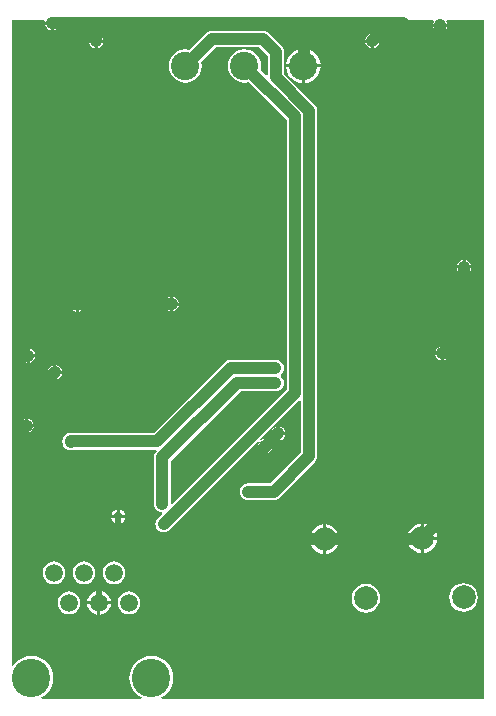
<source format=gbl>
%FSLAX44Y44*%
%MOMM*%
G71*
G01*
G75*
G04 Layer_Physical_Order=2*
G04 Layer_Color=16711680*
%ADD10R,0.9000X0.8000*%
%ADD11R,0.8000X0.9000*%
%ADD12R,1.5000X0.8000*%
%ADD13R,0.8000X1.5000*%
%ADD14R,1.6800X1.5600*%
%ADD15R,0.7000X0.9500*%
%ADD16R,0.8000X0.8000*%
%ADD17R,0.8000X0.8000*%
%ADD18R,5.6000X5.6000*%
%ADD19R,2.0000X1.2000*%
%ADD20R,5.5000X2.0000*%
%ADD21R,0.8500X0.3000*%
%ADD22R,0.3000X0.8500*%
%ADD23R,1.1000X1.2500*%
%ADD24C,1.0000*%
%ADD25C,0.5080*%
%ADD26C,0.2540*%
%ADD27C,0.5000*%
%ADD28C,2.0000*%
%ADD29C,3.2500*%
%ADD30C,1.5000*%
%ADD31C,2.4000*%
%ADD32C,0.7000*%
%ADD33C,0.7100*%
G36*
X405000Y5000D02*
X131809D01*
X131491Y6270D01*
X133518Y7353D01*
X136335Y9665D01*
X138647Y12482D01*
X140365Y15696D01*
X141422Y19183D01*
X141779Y22810D01*
X141422Y26437D01*
X140365Y29924D01*
X138647Y33138D01*
X136335Y35955D01*
X133518Y38267D01*
X130304Y39985D01*
X126817Y41042D01*
X123190Y41399D01*
X119563Y41042D01*
X116076Y39985D01*
X112862Y38267D01*
X110045Y35955D01*
X107733Y33138D01*
X106016Y29924D01*
X104958Y26437D01*
X104600Y22810D01*
X104958Y19183D01*
X106016Y15696D01*
X107733Y12482D01*
X110045Y9665D01*
X112862Y7353D01*
X114889Y6270D01*
X114571Y5000D01*
X30209D01*
X29891Y6270D01*
X31918Y7353D01*
X34735Y9665D01*
X37047Y12482D01*
X38765Y15696D01*
X39822Y19183D01*
X40180Y22810D01*
X39822Y26437D01*
X38765Y29924D01*
X37047Y33138D01*
X34735Y35955D01*
X31918Y38267D01*
X28704Y39985D01*
X25217Y41042D01*
X21590Y41399D01*
X17963Y41042D01*
X14476Y39985D01*
X11262Y38267D01*
X8445Y35955D01*
X6270Y33304D01*
X5000Y33443D01*
Y580000D01*
X32412D01*
X33386Y578730D01*
X33344Y578520D01*
X45156D01*
X45114Y578730D01*
X46088Y580000D01*
X361965D01*
X362644Y578730D01*
X362060Y577857D01*
X361844Y576770D01*
X373656D01*
X373439Y577857D01*
X372856Y578730D01*
X373535Y580000D01*
X405000D01*
Y5000D01*
D02*
G37*
%LPC*%
G36*
X221020Y224906D02*
Y220270D01*
X225656D01*
X225440Y221357D01*
X224105Y223355D01*
X222107Y224690D01*
X221020Y224906D01*
D02*
G37*
G36*
X225656Y217730D02*
X221020D01*
Y213094D01*
X222107Y213310D01*
X224105Y214645D01*
X225440Y216643D01*
X225656Y217730D01*
D02*
G37*
G36*
X236656Y228480D02*
X232020D01*
Y223844D01*
X233107Y224060D01*
X235105Y225395D01*
X236440Y227393D01*
X236656Y228480D01*
D02*
G37*
G36*
X229480D02*
X224844D01*
X225061Y227393D01*
X226395Y225395D01*
X228393Y224060D01*
X229480Y223844D01*
Y228480D01*
D02*
G37*
G36*
X218480Y217730D02*
X213844D01*
X214060Y216643D01*
X215395Y214645D01*
X217393Y213310D01*
X218480Y213094D01*
Y217730D01*
D02*
G37*
G36*
X101207Y158230D02*
X96520D01*
Y153543D01*
X97626Y153763D01*
X99641Y155109D01*
X100987Y157124D01*
X101207Y158230D01*
D02*
G37*
G36*
X93980D02*
X89293D01*
X89513Y157124D01*
X90859Y155109D01*
X92874Y153763D01*
X93980Y153543D01*
Y158230D01*
D02*
G37*
G36*
X96520Y165457D02*
Y160770D01*
X101207D01*
X100987Y161876D01*
X99641Y163891D01*
X97626Y165237D01*
X96520Y165457D01*
D02*
G37*
G36*
X93980D02*
X92874Y165237D01*
X90859Y163891D01*
X89513Y161876D01*
X89293Y160770D01*
X93980D01*
Y165457D01*
D02*
G37*
G36*
X40230Y280230D02*
X35594D01*
X35810Y279143D01*
X37145Y277145D01*
X39143Y275810D01*
X40230Y275594D01*
Y280230D01*
D02*
G37*
G36*
X18770Y242406D02*
Y237770D01*
X23406D01*
X23190Y238857D01*
X21855Y240855D01*
X19857Y242190D01*
X18770Y242406D01*
D02*
G37*
G36*
X40230Y287406D02*
X39143Y287190D01*
X37145Y285855D01*
X35810Y283857D01*
X35594Y282770D01*
X40230D01*
Y287406D01*
D02*
G37*
G36*
X47406Y280230D02*
X42770D01*
Y275594D01*
X43857Y275810D01*
X45855Y277145D01*
X47189Y279143D01*
X47406Y280230D01*
D02*
G37*
G36*
X16230Y242406D02*
X15143Y242190D01*
X13145Y240855D01*
X11810Y238857D01*
X11594Y237770D01*
X16230D01*
Y242406D01*
D02*
G37*
G36*
X23406Y235230D02*
X18770D01*
Y230594D01*
X19857Y230811D01*
X21855Y232145D01*
X23190Y234143D01*
X23406Y235230D01*
D02*
G37*
G36*
X16230D02*
X11594D01*
X11810Y234143D01*
X13145Y232145D01*
X15143Y230811D01*
X16230Y230594D01*
Y235230D01*
D02*
G37*
G36*
X232020Y235656D02*
Y231020D01*
X236656D01*
X236440Y232107D01*
X235105Y234105D01*
X233107Y235440D01*
X232020Y235656D01*
D02*
G37*
G36*
X229480D02*
X228393Y235440D01*
X226395Y234105D01*
X225061Y232107D01*
X224844Y231020D01*
X229480D01*
Y235656D01*
D02*
G37*
G36*
X353770Y153481D02*
Y142270D01*
X364981D01*
X364717Y144274D01*
X363454Y147324D01*
X361444Y149944D01*
X358824Y151954D01*
X355774Y153217D01*
X353770Y153481D01*
D02*
G37*
G36*
X77520Y96369D02*
X76169Y96192D01*
X73727Y95180D01*
X71629Y93571D01*
X70020Y91473D01*
X69008Y89031D01*
X68831Y87680D01*
X77520D01*
Y96369D01*
D02*
G37*
G36*
X387500Y103104D02*
X384367Y102691D01*
X381448Y101482D01*
X378941Y99558D01*
X377018Y97052D01*
X375809Y94133D01*
X375396Y91000D01*
X375809Y87867D01*
X377018Y84948D01*
X378941Y82442D01*
X381448Y80518D01*
X384367Y79309D01*
X387500Y78896D01*
X390633Y79309D01*
X393552Y80518D01*
X396059Y82442D01*
X397982Y84948D01*
X399191Y87867D01*
X399604Y91000D01*
X399191Y94133D01*
X397982Y97052D01*
X396059Y99558D01*
X393552Y101482D01*
X390633Y102691D01*
X387500Y103104D01*
D02*
G37*
G36*
X40690Y121392D02*
X38210Y121065D01*
X35899Y120108D01*
X33915Y118585D01*
X32392Y116601D01*
X31435Y114290D01*
X31108Y111810D01*
X31435Y109330D01*
X32392Y107019D01*
X33915Y105035D01*
X35899Y103512D01*
X38210Y102555D01*
X40690Y102228D01*
X43170Y102555D01*
X45481Y103512D01*
X47466Y105035D01*
X48988Y107019D01*
X49946Y109330D01*
X50272Y111810D01*
X49946Y114290D01*
X48988Y116601D01*
X47466Y118585D01*
X45481Y120108D01*
X43170Y121065D01*
X40690Y121392D01*
D02*
G37*
G36*
X80060Y96369D02*
Y87680D01*
X88750D01*
X88572Y89031D01*
X87560Y91473D01*
X85951Y93571D01*
X83853Y95180D01*
X81411Y96192D01*
X80060Y96369D01*
D02*
G37*
G36*
X304750Y102354D02*
X301617Y101941D01*
X298698Y100732D01*
X296192Y98808D01*
X294268Y96302D01*
X293059Y93383D01*
X292646Y90250D01*
X293059Y87117D01*
X294268Y84198D01*
X296192Y81692D01*
X298698Y79768D01*
X301617Y78559D01*
X304750Y78147D01*
X307883Y78559D01*
X310802Y79768D01*
X313309Y81692D01*
X315232Y84198D01*
X316441Y87117D01*
X316854Y90250D01*
X316441Y93383D01*
X315232Y96302D01*
X313309Y98808D01*
X310802Y100732D01*
X307883Y101941D01*
X304750Y102354D01*
D02*
G37*
G36*
X88750Y85140D02*
X80060D01*
Y76451D01*
X81411Y76628D01*
X83853Y77640D01*
X85951Y79249D01*
X87560Y81347D01*
X88572Y83789D01*
X88750Y85140D01*
D02*
G37*
G36*
X77520D02*
X68831D01*
X69008Y83789D01*
X70020Y81347D01*
X71629Y79249D01*
X73727Y77640D01*
X76169Y76628D01*
X77520Y76451D01*
Y85140D01*
D02*
G37*
G36*
X104190Y95992D02*
X101710Y95665D01*
X99399Y94708D01*
X97415Y93185D01*
X95892Y91201D01*
X94935Y88890D01*
X94608Y86410D01*
X94935Y83930D01*
X95892Y81619D01*
X97415Y79634D01*
X99399Y78112D01*
X101710Y77154D01*
X104190Y76828D01*
X106670Y77154D01*
X108981Y78112D01*
X110965Y79634D01*
X112488Y81619D01*
X113446Y83930D01*
X113772Y86410D01*
X113446Y88890D01*
X112488Y91201D01*
X110965Y93185D01*
X108981Y94708D01*
X106670Y95665D01*
X104190Y95992D01*
D02*
G37*
G36*
X53390D02*
X50910Y95665D01*
X48599Y94708D01*
X46615Y93185D01*
X45092Y91201D01*
X44135Y88890D01*
X43808Y86410D01*
X44135Y83930D01*
X45092Y81619D01*
X46615Y79634D01*
X48599Y78112D01*
X50910Y77154D01*
X53390Y76828D01*
X55870Y77154D01*
X58181Y78112D01*
X60166Y79634D01*
X61688Y81619D01*
X62646Y83930D01*
X62972Y86410D01*
X62646Y88890D01*
X61688Y91201D01*
X60166Y93185D01*
X58181Y94708D01*
X55870Y95665D01*
X53390Y95992D01*
D02*
G37*
G36*
X268480Y152731D02*
X266476Y152467D01*
X263426Y151204D01*
X260806Y149194D01*
X258796Y146574D01*
X257533Y143524D01*
X257269Y141520D01*
X268480D01*
Y152731D01*
D02*
G37*
G36*
X364981Y139730D02*
X353770D01*
Y128519D01*
X355774Y128783D01*
X358824Y130046D01*
X361444Y132056D01*
X363454Y134676D01*
X364717Y137726D01*
X364981Y139730D01*
D02*
G37*
G36*
X351230Y153481D02*
X349226Y153217D01*
X346176Y151954D01*
X343556Y149944D01*
X341546Y147324D01*
X340283Y144274D01*
X340019Y142270D01*
X351230D01*
Y153481D01*
D02*
G37*
G36*
X271020Y152731D02*
Y141520D01*
X282231D01*
X281967Y143524D01*
X280704Y146574D01*
X278694Y149194D01*
X276074Y151204D01*
X273024Y152467D01*
X271020Y152731D01*
D02*
G37*
G36*
X351230Y139730D02*
X340019D01*
X340283Y137726D01*
X341546Y134676D01*
X343556Y132056D01*
X346176Y130046D01*
X349226Y128783D01*
X351230Y128519D01*
Y139730D01*
D02*
G37*
G36*
X91490Y121392D02*
X89010Y121065D01*
X86699Y120108D01*
X84715Y118585D01*
X83192Y116601D01*
X82235Y114290D01*
X81908Y111810D01*
X82235Y109330D01*
X83192Y107019D01*
X84715Y105035D01*
X86699Y103512D01*
X89010Y102555D01*
X91490Y102228D01*
X93970Y102555D01*
X96281Y103512D01*
X98265Y105035D01*
X99788Y107019D01*
X100745Y109330D01*
X101072Y111810D01*
X100745Y114290D01*
X99788Y116601D01*
X98265Y118585D01*
X96281Y120108D01*
X93970Y121065D01*
X91490Y121392D01*
D02*
G37*
G36*
X66090D02*
X63610Y121065D01*
X61299Y120108D01*
X59315Y118585D01*
X57792Y116601D01*
X56835Y114290D01*
X56508Y111810D01*
X56835Y109330D01*
X57792Y107019D01*
X59315Y105035D01*
X61299Y103512D01*
X63610Y102555D01*
X66090Y102228D01*
X68570Y102555D01*
X70881Y103512D01*
X72866Y105035D01*
X74388Y107019D01*
X75346Y109330D01*
X75672Y111810D01*
X75346Y114290D01*
X74388Y116601D01*
X72866Y118585D01*
X70881Y120108D01*
X68570Y121065D01*
X66090Y121392D01*
D02*
G37*
G36*
X282231Y138980D02*
X271020D01*
Y127769D01*
X273024Y128033D01*
X276074Y129296D01*
X278694Y131306D01*
X280704Y133926D01*
X281967Y136976D01*
X282231Y138980D01*
D02*
G37*
G36*
X268480D02*
X257269D01*
X257533Y136976D01*
X258796Y133926D01*
X260806Y131306D01*
X263426Y129296D01*
X266476Y128033D01*
X268480Y127769D01*
Y138980D01*
D02*
G37*
G36*
X42770Y287406D02*
Y282770D01*
X47406D01*
X47189Y283857D01*
X45855Y285855D01*
X43857Y287190D01*
X42770Y287406D01*
D02*
G37*
G36*
X75230Y560480D02*
X70594D01*
X70810Y559393D01*
X72145Y557395D01*
X74143Y556060D01*
X75230Y555844D01*
Y560480D01*
D02*
G37*
G36*
X253200Y555518D02*
Y542290D01*
X266428D01*
X266096Y544816D01*
X264631Y548353D01*
X262300Y551390D01*
X259263Y553721D01*
X255726Y555186D01*
X253200Y555518D01*
D02*
G37*
G36*
X308980Y560730D02*
X304344D01*
X304561Y559643D01*
X305895Y557645D01*
X307893Y556310D01*
X308980Y556094D01*
Y560730D01*
D02*
G37*
G36*
X82406Y560480D02*
X77770D01*
Y555844D01*
X78857Y556060D01*
X80855Y557395D01*
X82190Y559393D01*
X82406Y560480D01*
D02*
G37*
G36*
X250660Y555518D02*
X248134Y555186D01*
X244597Y553721D01*
X241560Y551390D01*
X239229Y548353D01*
X237764Y544816D01*
X237432Y542290D01*
X250660D01*
Y555518D01*
D02*
G37*
G36*
Y539750D02*
X237432D01*
X237764Y537224D01*
X239229Y533687D01*
X241560Y530650D01*
X244597Y528319D01*
X248134Y526854D01*
X250660Y526522D01*
Y539750D01*
D02*
G37*
G36*
X389270Y376656D02*
Y372020D01*
X393906D01*
X393690Y373107D01*
X392355Y375105D01*
X390357Y376440D01*
X389270Y376656D01*
D02*
G37*
G36*
X217500Y570810D02*
X174660D01*
X172833Y570570D01*
X171130Y569865D01*
X169668Y568742D01*
X155585Y554660D01*
X155585D01*
X151930Y555141D01*
X148275Y554660D01*
X144870Y553249D01*
X141945Y551005D01*
X139701Y548080D01*
X138290Y544675D01*
X137809Y541020D01*
X138290Y537365D01*
X139701Y533960D01*
X141945Y531035D01*
X144870Y528791D01*
X148275Y527380D01*
X151930Y526899D01*
X155585Y527380D01*
X158990Y528791D01*
X161915Y531035D01*
X164159Y533960D01*
X165570Y537365D01*
X166051Y541020D01*
X165570Y544675D01*
Y544675D01*
X177584Y556690D01*
X214576D01*
X221690Y549576D01*
Y532905D01*
X220516Y532419D01*
X215570Y537365D01*
Y537365D01*
X216051Y541020D01*
X215570Y544675D01*
X214159Y548080D01*
X211915Y551005D01*
X208990Y553249D01*
X205585Y554660D01*
X201930Y555141D01*
X198275Y554660D01*
X194870Y553249D01*
X191945Y551005D01*
X189701Y548080D01*
X188290Y544675D01*
X187809Y541020D01*
X188290Y537365D01*
X189701Y533960D01*
X191945Y531035D01*
X194870Y528791D01*
X198275Y527380D01*
X201930Y526899D01*
X205585Y527380D01*
X205585D01*
X237690Y495275D01*
Y267174D01*
X140830Y170315D01*
X139560Y170841D01*
Y206576D01*
X198675Y265690D01*
X228250D01*
X230077Y265930D01*
X231780Y266635D01*
X233242Y267758D01*
X234364Y269220D01*
X235070Y270923D01*
X235310Y272750D01*
X235070Y274577D01*
X234364Y276280D01*
X233242Y277742D01*
X232810Y278075D01*
Y279675D01*
X233242Y280007D01*
X234364Y281470D01*
X235070Y283173D01*
X235310Y285000D01*
X235070Y286827D01*
X234364Y288530D01*
X233242Y289992D01*
X231780Y291115D01*
X230077Y291820D01*
X228250Y292060D01*
X190250D01*
X188423Y291820D01*
X186720Y291115D01*
X185257Y289992D01*
X125325Y230060D01*
X55585D01*
X55503Y230071D01*
X55261D01*
X55178Y230060D01*
X54750D01*
X52923Y229820D01*
X51220Y229114D01*
X49758Y227992D01*
X48636Y226530D01*
X47930Y224827D01*
X47690Y223000D01*
X47723Y222750D01*
X47690Y222500D01*
X47930Y220673D01*
X48636Y218970D01*
X49758Y217508D01*
X51220Y216385D01*
X52923Y215680D01*
X54750Y215440D01*
X56577Y215680D01*
X57204Y215940D01*
X127159D01*
X127685Y214670D01*
X127507Y214492D01*
X126385Y213030D01*
X125680Y211327D01*
X125440Y209500D01*
Y170250D01*
X125680Y168423D01*
X126385Y166720D01*
X127507Y165258D01*
X128970Y164135D01*
X130673Y163430D01*
X131978Y163258D01*
X132486Y161971D01*
X128508Y157992D01*
X127386Y156530D01*
X126680Y154827D01*
X126440Y153000D01*
X126680Y151173D01*
X127386Y149470D01*
X128508Y148008D01*
X129970Y146885D01*
X131673Y146180D01*
X133500Y145940D01*
X135327Y146180D01*
X137030Y146885D01*
X138492Y148008D01*
X213925Y223440D01*
X214912Y222631D01*
X214060Y221357D01*
X213844Y220270D01*
X218480D01*
Y224906D01*
X217393Y224690D01*
X216119Y223838D01*
X215310Y224825D01*
X248516Y258031D01*
X249690Y257545D01*
Y213424D01*
X223825Y187560D01*
X205000D01*
X203173Y187320D01*
X201470Y186614D01*
X200008Y185492D01*
X198885Y184030D01*
X198180Y182327D01*
X197940Y180500D01*
X198180Y178673D01*
X198885Y176970D01*
X200008Y175508D01*
X201470Y174386D01*
X203173Y173680D01*
X205000Y173440D01*
X226750D01*
X228577Y173680D01*
X230280Y174386D01*
X231742Y175508D01*
X261742Y205508D01*
X262864Y206970D01*
X263570Y208673D01*
X263810Y210500D01*
Y503171D01*
X263570Y504998D01*
X262864Y506701D01*
X261742Y508163D01*
X235810Y534095D01*
Y552500D01*
X235570Y554327D01*
X234865Y556030D01*
X233743Y557492D01*
X222492Y568742D01*
X221030Y569865D01*
X219327Y570570D01*
X217500Y570810D01*
D02*
G37*
G36*
X266428Y539750D02*
X253200D01*
Y526522D01*
X255726Y526854D01*
X259263Y528319D01*
X262300Y530650D01*
X264631Y533687D01*
X266096Y537224D01*
X266428Y539750D01*
D02*
G37*
G36*
X373656Y574230D02*
X369020D01*
Y569594D01*
X370107Y569810D01*
X372105Y571145D01*
X373439Y573143D01*
X373656Y574230D01*
D02*
G37*
G36*
X366480D02*
X361844D01*
X362060Y573143D01*
X363395Y571145D01*
X365393Y569810D01*
X366480Y569594D01*
Y574230D01*
D02*
G37*
G36*
X45156Y575980D02*
X40520D01*
Y571344D01*
X41607Y571561D01*
X43605Y572895D01*
X44940Y574893D01*
X45156Y575980D01*
D02*
G37*
G36*
X37980D02*
X33344D01*
X33561Y574893D01*
X34895Y572895D01*
X36893Y571561D01*
X37980Y571344D01*
Y575980D01*
D02*
G37*
G36*
X311520Y567906D02*
Y563270D01*
X316156D01*
X315940Y564357D01*
X314605Y566355D01*
X312607Y567690D01*
X311520Y567906D01*
D02*
G37*
G36*
X75230Y567656D02*
X74143Y567440D01*
X72145Y566105D01*
X70810Y564107D01*
X70594Y563020D01*
X75230D01*
Y567656D01*
D02*
G37*
G36*
X316156Y560730D02*
X311520D01*
Y556094D01*
X312607Y556310D01*
X314605Y557645D01*
X315940Y559643D01*
X316156Y560730D01*
D02*
G37*
G36*
X308980Y567906D02*
X307893Y567690D01*
X305895Y566355D01*
X304561Y564357D01*
X304344Y563270D01*
X308980D01*
Y567906D01*
D02*
G37*
G36*
X77770Y567656D02*
Y563020D01*
X82406D01*
X82190Y564107D01*
X80855Y566105D01*
X78857Y567440D01*
X77770Y567656D01*
D02*
G37*
G36*
X386730Y376656D02*
X385643Y376440D01*
X383645Y375105D01*
X382310Y373107D01*
X382094Y372020D01*
X386730D01*
Y376656D01*
D02*
G37*
G36*
X368230Y303406D02*
X367143Y303190D01*
X365145Y301855D01*
X363810Y299857D01*
X363594Y298770D01*
X368230D01*
Y303406D01*
D02*
G37*
G36*
X20270Y301656D02*
Y297020D01*
X24906D01*
X24690Y298107D01*
X23355Y300105D01*
X21357Y301440D01*
X20270Y301656D01*
D02*
G37*
G36*
X58980Y337480D02*
X54344D01*
X54560Y336393D01*
X55895Y334395D01*
X57893Y333060D01*
X58980Y332844D01*
Y337480D01*
D02*
G37*
G36*
X370770Y303406D02*
Y298770D01*
X375406D01*
X375190Y299857D01*
X373855Y301855D01*
X371857Y303190D01*
X370770Y303406D01*
D02*
G37*
G36*
X17730Y301656D02*
X16643Y301440D01*
X14645Y300105D01*
X13310Y298107D01*
X13094Y297020D01*
X17730D01*
Y301656D01*
D02*
G37*
G36*
X24906Y294480D02*
X20270D01*
Y289844D01*
X21357Y290061D01*
X23355Y291395D01*
X24690Y293393D01*
X24906Y294480D01*
D02*
G37*
G36*
X17730D02*
X13094D01*
X13310Y293393D01*
X14645Y291395D01*
X16643Y290061D01*
X17730Y289844D01*
Y294480D01*
D02*
G37*
G36*
X375406Y296230D02*
X370770D01*
Y291594D01*
X371857Y291810D01*
X373855Y293145D01*
X375190Y295143D01*
X375406Y296230D01*
D02*
G37*
G36*
X368230D02*
X363594D01*
X363810Y295143D01*
X365145Y293145D01*
X367143Y291810D01*
X368230Y291594D01*
Y296230D01*
D02*
G37*
G36*
X141520Y345156D02*
Y340520D01*
X146156D01*
X145940Y341607D01*
X144605Y343605D01*
X142607Y344939D01*
X141520Y345156D01*
D02*
G37*
G36*
X138980D02*
X137893Y344939D01*
X135895Y343605D01*
X134560Y341607D01*
X134344Y340520D01*
X138980D01*
Y345156D01*
D02*
G37*
G36*
X393906Y369480D02*
X389270D01*
Y364844D01*
X390357Y365061D01*
X392355Y366395D01*
X393690Y368393D01*
X393906Y369480D01*
D02*
G37*
G36*
X386730D02*
X382094D01*
X382310Y368393D01*
X383645Y366395D01*
X385643Y365061D01*
X386730Y364844D01*
Y369480D01*
D02*
G37*
G36*
X61520Y344656D02*
Y340020D01*
X66156D01*
X65939Y341107D01*
X64605Y343105D01*
X62607Y344440D01*
X61520Y344656D01*
D02*
G37*
G36*
X138980Y337980D02*
X134344D01*
X134560Y336893D01*
X135895Y334895D01*
X137893Y333560D01*
X138980Y333344D01*
Y337980D01*
D02*
G37*
G36*
X66156Y337480D02*
X61520D01*
Y332844D01*
X62607Y333060D01*
X64605Y334395D01*
X65939Y336393D01*
X66156Y337480D01*
D02*
G37*
G36*
X58980Y344656D02*
X57893Y344440D01*
X55895Y343105D01*
X54560Y341107D01*
X54344Y340020D01*
X58980D01*
Y344656D01*
D02*
G37*
G36*
X146156Y337980D02*
X141520D01*
Y333344D01*
X142607Y333560D01*
X144605Y334895D01*
X145940Y336893D01*
X146156Y337980D01*
D02*
G37*
%LPD*%
D24*
X50250Y339250D02*
X140250D01*
X10000Y299000D02*
X50250Y339250D01*
X10000Y295750D02*
Y299000D01*
X269750Y140250D02*
X351750D01*
X369500Y297500D02*
X387750D01*
X352500Y141000D02*
X388000Y176500D01*
X364750Y376750D02*
X388000Y353500D01*
X364750Y376750D02*
Y404000D01*
X397750Y437000D01*
X388000Y353500D02*
Y370750D01*
X76500Y561750D02*
Y577000D01*
X39250Y577250D02*
X76750D01*
X397750Y437000D02*
Y515750D01*
X310250Y562000D02*
X325500Y577250D01*
X326000D02*
X336250D01*
X367750Y545750D01*
X397750Y515750D01*
X367750Y545750D02*
Y575500D01*
X251930Y541020D02*
X252250Y541340D01*
Y561500D01*
X268000Y577250D01*
X76750D02*
X325500D01*
X10000Y222750D02*
X92500Y140250D01*
X55261Y223011D02*
X55503D01*
X10000Y295750D02*
X19000D01*
X10250Y236500D02*
X17500D01*
X10000Y222750D02*
Y236250D01*
Y295750D01*
Y250000D02*
X41500Y281500D01*
X128250Y223000D02*
X190250Y285000D01*
X228250D01*
X195750Y272750D02*
X228250D01*
X201930Y541020D02*
X244750Y498200D01*
X151930Y541020D02*
X174660Y563750D01*
X217500D01*
X228750Y552500D01*
Y531171D02*
Y552500D01*
Y531171D02*
X256750Y503171D01*
X205000Y180500D02*
X226750D01*
X256750Y210500D01*
Y503171D01*
X92500Y140250D02*
X200000D01*
X269750D01*
X388000Y176500D02*
Y353500D01*
X132500Y170250D02*
Y209500D01*
X195750Y272750D01*
X183250Y157000D02*
X200000Y140250D01*
X183250Y157000D02*
Y182500D01*
X218500Y217750D01*
X219750Y219000D02*
X220000D01*
X230750Y229750D01*
X54750Y222500D02*
X55250Y223000D01*
X55261Y223011D01*
X54750Y223000D02*
X55250D01*
X128250D01*
X133500Y153000D02*
X244750Y264250D01*
Y498200D01*
D25*
X95250Y143000D02*
Y159500D01*
D26*
X76500Y577000D02*
X76750Y577250D01*
X325500D02*
X326000D01*
X10000Y236250D02*
X10250Y236500D01*
X92500Y140250D02*
X95250Y143000D01*
D27*
X78790Y126540D02*
X89000Y136750D01*
X78790Y86410D02*
Y126540D01*
D28*
X387500Y91000D02*
D03*
X352500Y141000D02*
D03*
X269750Y140250D02*
D03*
X304750Y90250D02*
D03*
D29*
X123190Y22810D02*
D03*
X21590D02*
D03*
D30*
X66090Y111810D02*
D03*
X78790Y86410D02*
D03*
X53390D02*
D03*
X40690Y111810D02*
D03*
X91490D02*
D03*
X104190Y86410D02*
D03*
D31*
X151930Y541020D02*
D03*
X201930D02*
D03*
X251930D02*
D03*
D32*
X140250Y339250D02*
D03*
X60250Y338750D02*
D03*
X228250Y272750D02*
D03*
Y285000D02*
D03*
X17500Y236500D02*
D03*
X41500Y281500D02*
D03*
X388000Y370750D02*
D03*
X369500Y297500D02*
D03*
X39250Y577250D02*
D03*
X76500Y561750D02*
D03*
X367750Y575500D02*
D03*
X310250Y562000D02*
D03*
X132500Y170250D02*
D03*
X55503Y223011D02*
D03*
X19000Y295750D02*
D03*
X205000Y180500D02*
D03*
X133500Y153000D02*
D03*
X230750Y229750D02*
D03*
X219750Y219000D02*
D03*
D33*
X95250Y159500D02*
D03*
M02*

</source>
